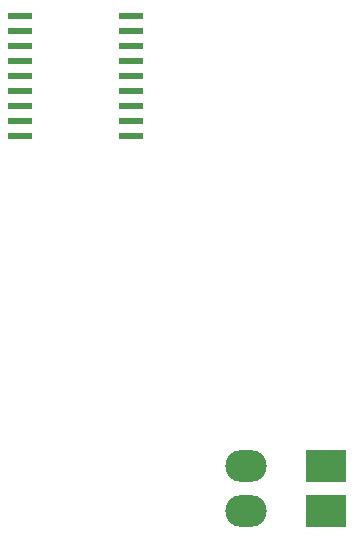
<source format=gbr>
G04 #@! TF.GenerationSoftware,KiCad,Pcbnew,5.0.2*
G04 #@! TF.CreationDate,2019-09-26T12:35:43-03:00*
G04 #@! TF.ProjectId,ControleMix,436f6e74-726f-46c6-954d-69782e6b6963,rev?*
G04 #@! TF.SameCoordinates,Original*
G04 #@! TF.FileFunction,Paste,Top*
G04 #@! TF.FilePolarity,Positive*
%FSLAX46Y46*%
G04 Gerber Fmt 4.6, Leading zero omitted, Abs format (unit mm)*
G04 Created by KiCad (PCBNEW 5.0.2) date qui 26 set 2019 12:35:43 -03*
%MOMM*%
%LPD*%
G01*
G04 APERTURE LIST*
%ADD10R,2.000000X0.600000*%
%ADD11R,3.500000X2.700000*%
%ADD12O,3.500000X2.700000*%
G04 APERTURE END LIST*
D10*
G04 #@! TO.C,U2*
X155680000Y-59920000D03*
X155680000Y-61190000D03*
X155680000Y-62460000D03*
X155680000Y-63730000D03*
X155680000Y-65000000D03*
X155680000Y-66270000D03*
X155680000Y-67540000D03*
X155680000Y-68810000D03*
X155680000Y-70080000D03*
X165080000Y-70080000D03*
X165080000Y-68810000D03*
X165080000Y-67540000D03*
X165080000Y-66270000D03*
X165080000Y-65000000D03*
X165080000Y-63730000D03*
X165080000Y-62460000D03*
X165080000Y-61190000D03*
X165080000Y-59920000D03*
G04 #@! TD*
D11*
G04 #@! TO.C,D1*
X181560000Y-101830000D03*
D12*
X174760000Y-101830000D03*
G04 #@! TD*
G04 #@! TO.C,D2*
X174760000Y-98020000D03*
D11*
X181560000Y-98020000D03*
G04 #@! TD*
M02*

</source>
